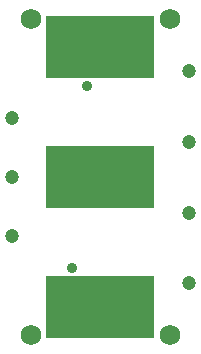
<source format=gbs>
G04*
G04 #@! TF.GenerationSoftware,Altium Limited,Altium Designer,22.4.2 (48)*
G04*
G04 Layer_Color=16711935*
%FSLAX44Y44*%
%MOMM*%
G71*
G04*
G04 #@! TF.SameCoordinates,75CB8345-09F5-4D96-8CD2-F517BF26F09A*
G04*
G04*
G04 #@! TF.FilePolarity,Negative*
G04*
G01*
G75*
%ADD26C,1.2000*%
%ADD27C,0.9032*%
%ADD28C,1.7272*%
%ADD37R,9.2540X5.2540*%
%ADD38C,0.9652*%
D26*
X150000Y60000D02*
D03*
Y120000D02*
D03*
X0Y100000D02*
D03*
Y150000D02*
D03*
X150000Y180000D02*
D03*
Y240000D02*
D03*
X0Y200000D02*
D03*
D27*
X50950Y73000D02*
D03*
X63650Y227000D02*
D03*
D28*
X134000Y284000D02*
D03*
X16000D02*
D03*
X134000Y16000D02*
D03*
X16000D02*
D03*
D37*
X75000Y40000D02*
D03*
Y260000D02*
D03*
Y150000D02*
D03*
D38*
X50950Y40000D02*
D03*
X63650Y260000D02*
D03*
M02*

</source>
